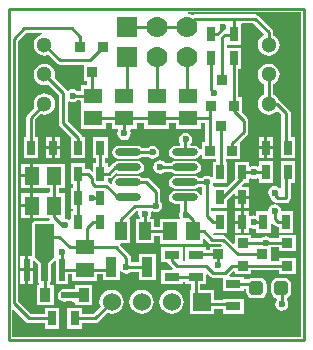
<source format=gbl>
G04*
G04 #@! TF.GenerationSoftware,Altium Limited,CircuitStudio,1.5.2 (1.5.2.30)*
G04*
G04 Layer_Physical_Order=2*
G04 Layer_Color=12500520*
%FSLAX44Y44*%
%MOMM*%
G71*
G01*
G75*
%ADD10C,0.2540*%
%ADD11C,0.5000*%
%ADD12C,1.7780*%
%ADD13R,1.7780X1.7780*%
%ADD14C,1.3000*%
%ADD15R,1.5240X1.5240*%
%ADD16C,1.5240*%
%ADD17C,0.6000*%
%ADD18R,0.2500X0.2500*%
%ADD19R,0.5400X1.8900*%
%ADD20R,0.7000X1.3000*%
%ADD21R,1.6000X1.3000*%
%ADD22R,1.3000X1.6000*%
%ADD23R,0.8128X0.9144*%
%ADD24R,0.9144X0.8128*%
%ADD25R,1.3000X0.7000*%
%ADD26O,2.2000X0.6000*%
%ADD27R,0.9140X1.7020*%
G04:AMPARAMS|DCode=28|XSize=1.2mm|YSize=1.2mm|CornerRadius=0.3mm|HoleSize=0mm|Usage=FLASHONLY|Rotation=180.000|XOffset=0mm|YOffset=0mm|HoleType=Round|Shape=RoundedRectangle|*
%AMROUNDEDRECTD28*
21,1,1.2000,0.6000,0,0,180.0*
21,1,0.6000,1.2000,0,0,180.0*
1,1,0.6000,-0.3000,0.3000*
1,1,0.6000,0.3000,0.3000*
1,1,0.6000,0.3000,-0.3000*
1,1,0.6000,-0.3000,-0.3000*
%
%ADD28ROUNDEDRECTD28*%
%ADD29R,1.0000X1.5240*%
%ADD30R,0.9100X1.2200*%
G36*
X364500Y336400D02*
X359250Y331150D01*
X359250Y315900D01*
X353750D01*
X353750Y331150D01*
X348500Y336400D01*
Y364400D01*
X364500D01*
Y336400D01*
D02*
G37*
G36*
X574000Y268400D02*
X329000D01*
Y291747D01*
X330173Y292233D01*
X340753Y281653D01*
X342014Y280811D01*
X343500Y280515D01*
X356960D01*
Y275360D01*
X369040D01*
Y293440D01*
X356960D01*
Y288284D01*
X345109D01*
X334385Y299009D01*
Y519291D01*
X341109Y526015D01*
X354344D01*
X354427Y524745D01*
X354140Y524707D01*
X351941Y523796D01*
X350052Y522347D01*
X348603Y520459D01*
X347692Y518260D01*
X347382Y515900D01*
X347692Y513540D01*
X348603Y511341D01*
X350052Y509453D01*
X351941Y508004D01*
X354140Y507093D01*
X356500Y506782D01*
X358860Y507093D01*
X359534Y507372D01*
X366753Y500153D01*
X368013Y499311D01*
X369500Y499015D01*
X389820D01*
Y485700D01*
X392539D01*
Y481940D01*
X387300D01*
Y476785D01*
X384567D01*
X384494Y476894D01*
X382662Y478118D01*
X380500Y478548D01*
X378339Y478118D01*
X376506Y476894D01*
X375788D01*
X375362Y477531D01*
X365028Y487866D01*
X365307Y488540D01*
X365618Y490900D01*
X365307Y493260D01*
X364396Y495459D01*
X362947Y497347D01*
X361059Y498796D01*
X358860Y499707D01*
X356500Y500018D01*
X354140Y499707D01*
X351941Y498796D01*
X350052Y497347D01*
X348603Y495459D01*
X347692Y493260D01*
X347382Y490900D01*
X347692Y488540D01*
X348603Y486341D01*
X350052Y484453D01*
X351941Y483004D01*
X354140Y482093D01*
X356500Y481782D01*
X358860Y482093D01*
X359534Y482372D01*
X368731Y473175D01*
Y449784D01*
X369026Y448298D01*
X369868Y447038D01*
X378119Y438786D01*
X378960Y437940D01*
X378960D01*
X378960Y437940D01*
Y419860D01*
X391040D01*
Y437940D01*
X388777D01*
X388589Y438886D01*
X387747Y440147D01*
X376500Y451393D01*
Y467382D01*
X377770Y468061D01*
X378339Y467681D01*
X380500Y467251D01*
X382662Y467681D01*
X384494Y468905D01*
X384568Y469015D01*
X386402D01*
X387300Y468117D01*
Y464210D01*
X387300Y463860D01*
Y463400D01*
Y462940D01*
X387300Y462590D01*
Y444860D01*
X408380D01*
Y450015D01*
X413780D01*
Y444894D01*
X418478D01*
X419157Y443624D01*
X418781Y443061D01*
X418351Y440900D01*
X418781Y438738D01*
X420006Y436906D01*
X421838Y435681D01*
X424000Y435251D01*
X426161Y435681D01*
X427994Y436906D01*
X429218Y438738D01*
X429648Y440900D01*
X429218Y443061D01*
X428842Y443624D01*
X429521Y444894D01*
X434860D01*
Y450015D01*
X440920D01*
Y444860D01*
X462000D01*
Y450015D01*
X467900D01*
Y444860D01*
X488980D01*
Y450015D01*
X492539D01*
Y433424D01*
X489820D01*
Y427587D01*
X488550Y427363D01*
X487494Y428944D01*
X485661Y430168D01*
X483500Y430598D01*
X480324D01*
X479939Y431868D01*
X479994Y431906D01*
X481219Y433738D01*
X481649Y435900D01*
X481219Y438061D01*
X479994Y439894D01*
X478162Y441118D01*
X476000Y441548D01*
X473839Y441118D01*
X472006Y439894D01*
X470782Y438061D01*
X470352Y435900D01*
X470782Y433738D01*
X471615Y432491D01*
Y430598D01*
X467500D01*
X465338Y430168D01*
X463506Y428944D01*
X462281Y427112D01*
X461851Y424950D01*
X462281Y422788D01*
X463506Y420956D01*
X465338Y419731D01*
X467500Y419301D01*
X483500D01*
X485661Y419731D01*
X487494Y420956D01*
X488550Y422537D01*
X489820Y422313D01*
Y419200D01*
X502192D01*
Y416940D01*
X498960D01*
Y404210D01*
X497690Y403747D01*
X496162Y404768D01*
X494000Y405198D01*
X491839Y404768D01*
X490006Y403544D01*
X489933Y403434D01*
X487567D01*
X487494Y403544D01*
X485661Y404768D01*
X483500Y405198D01*
X467500D01*
X465338Y404768D01*
X463506Y403544D01*
X462281Y401712D01*
X461851Y399550D01*
X462281Y397388D01*
X463506Y395556D01*
X465338Y394331D01*
X467500Y393901D01*
X483500D01*
X485661Y394331D01*
X487494Y395556D01*
X487567Y395665D01*
X489933D01*
X490006Y395555D01*
X490115Y395482D01*
Y388499D01*
X488845Y388374D01*
X488718Y389011D01*
X487494Y390844D01*
X485661Y392068D01*
X483500Y392498D01*
X467500D01*
X465338Y392068D01*
X463506Y390844D01*
X462281Y389011D01*
X461851Y386850D01*
X462281Y384688D01*
X463506Y382856D01*
X465338Y381631D01*
X467500Y381201D01*
X471615D01*
Y374561D01*
X471281Y374061D01*
X470851Y371900D01*
X471281Y369738D01*
X471300Y369710D01*
X470621Y368440D01*
X453960D01*
Y361784D01*
X449200D01*
Y368060D01*
X446340D01*
X445778Y369330D01*
X446719Y370738D01*
X447149Y372900D01*
X446914Y374081D01*
X448057Y374844D01*
X448585Y374491D01*
X450747Y374061D01*
X452908Y374491D01*
X454741Y375715D01*
X455965Y377548D01*
X456395Y379710D01*
X455965Y381871D01*
X454741Y383704D01*
X454632Y383777D01*
Y391653D01*
X454336Y393139D01*
X453494Y394399D01*
X445597Y402297D01*
X444336Y403139D01*
X442850Y403434D01*
X439567D01*
X439494Y403544D01*
X437661Y404768D01*
X435500Y405198D01*
X419500D01*
X417338Y404768D01*
X415506Y403544D01*
X414281Y401712D01*
X413851Y399550D01*
X414056Y398522D01*
X412885Y397896D01*
X411825Y398957D01*
X410564Y399799D01*
X410040Y399903D01*
Y403015D01*
X411093D01*
X412579Y403311D01*
X413839Y404153D01*
X416966Y407280D01*
X417338Y407031D01*
X419500Y406601D01*
X435500D01*
X437661Y407031D01*
X439494Y408256D01*
X440718Y410088D01*
X441148Y412250D01*
X440718Y414412D01*
X439494Y416244D01*
X437661Y417468D01*
X435500Y417898D01*
X419500D01*
X417338Y417468D01*
X415506Y416244D01*
X415278Y415903D01*
X414956Y415839D01*
X413696Y414997D01*
X411213Y412514D01*
X410040Y413000D01*
Y415940D01*
X407884D01*
Y419860D01*
X410040D01*
Y437940D01*
X397960D01*
Y419860D01*
X400115D01*
Y415940D01*
X397960D01*
Y409093D01*
X396786Y408607D01*
X395747Y409647D01*
X394486Y410489D01*
X393000Y410784D01*
X391040D01*
Y415940D01*
X378960D01*
Y397860D01*
X381115D01*
Y394940D01*
X378960D01*
Y376860D01*
X381115D01*
Y374940D01*
X378960D01*
Y368060D01*
X377690Y367597D01*
X376161Y368618D01*
X374955Y368858D01*
X373997Y369065D01*
X373790Y370286D01*
Y390190D01*
X368634D01*
Y394360D01*
X373790D01*
Y415440D01*
X356060D01*
X355710Y415440D01*
X355250D01*
X354790D01*
X354440Y415440D01*
X347020D01*
Y404900D01*
Y394360D01*
X354440D01*
X354790Y394360D01*
X355250D01*
X355710D01*
X356060Y394360D01*
X360865D01*
Y391088D01*
X359967Y390190D01*
X356060D01*
X355710Y390190D01*
X355250D01*
X354790D01*
X354440Y390190D01*
X347020D01*
Y379650D01*
Y369110D01*
X354440D01*
X354790Y369110D01*
X355250D01*
X355710D01*
X356060Y369110D01*
X360617D01*
X361148Y368095D01*
X360517Y366990D01*
X348500D01*
X347509Y366792D01*
X346669Y366231D01*
X346107Y365391D01*
X345910Y364400D01*
Y337390D01*
X342770D01*
Y326670D01*
X346740D01*
Y332838D01*
X347913Y333324D01*
X351160Y330077D01*
X351160Y315900D01*
X351357Y314909D01*
X351918Y314069D01*
X352306Y313810D01*
X351921Y312540D01*
X350060D01*
Y295260D01*
X364240D01*
Y312540D01*
X361034D01*
Y314037D01*
X361081Y314069D01*
X361642Y314909D01*
X361839Y315900D01*
X361839Y330077D01*
X365086Y333324D01*
X366260Y332838D01*
Y313410D01*
X376740D01*
Y321515D01*
X379960D01*
Y316360D01*
X401040D01*
Y321515D01*
X406170D01*
Y316850D01*
X420390D01*
Y324039D01*
X421660Y324424D01*
X422006Y323906D01*
X423839Y322681D01*
X426000Y322251D01*
X428162Y322681D01*
X429994Y323906D01*
X430067Y324015D01*
X436610D01*
Y316850D01*
X450830D01*
Y338950D01*
X436610D01*
Y331784D01*
X430067D01*
X429994Y331894D01*
X429885Y331967D01*
Y335399D01*
X429589Y336886D01*
X428747Y338146D01*
X420423Y346470D01*
X420950Y347740D01*
X428880D01*
Y368060D01*
X428313D01*
X427827Y369233D01*
X434224Y375630D01*
X435428Y375540D01*
X436168Y374492D01*
X435852Y372900D01*
X436282Y370738D01*
X437223Y369330D01*
X436660Y368060D01*
X434120D01*
Y347740D01*
X449200D01*
Y354015D01*
X453960D01*
Y347360D01*
X471690D01*
X472040Y347360D01*
X472500D01*
X472960D01*
X473310Y347360D01*
X491040D01*
Y351213D01*
X492213Y351699D01*
X495759Y348153D01*
X497020Y347311D01*
X498506Y347015D01*
X505895D01*
X506494Y346272D01*
X505972Y345080D01*
X496300D01*
Y342360D01*
X493540D01*
Y344440D01*
X475460D01*
Y333181D01*
X474500Y332602D01*
X473540Y333181D01*
Y344440D01*
X455460D01*
Y332360D01*
X460723D01*
X460911Y331413D01*
X461753Y330153D01*
X465196Y326710D01*
X464670Y325440D01*
X455460D01*
Y313360D01*
X473540D01*
Y315515D01*
X475460D01*
Y313360D01*
X480615D01*
Y308560D01*
X479440D01*
Y288240D01*
X499760D01*
Y292515D01*
X507460D01*
Y288360D01*
X525540D01*
Y300440D01*
X507460D01*
Y300284D01*
X499760D01*
Y308560D01*
X488384D01*
Y313360D01*
X493540D01*
Y321207D01*
X494713Y321693D01*
X496483Y319923D01*
X497744Y319081D01*
X499230Y318785D01*
X507460D01*
Y307360D01*
X525540D01*
Y309515D01*
X527351D01*
Y306900D01*
X527781Y304738D01*
X529006Y302906D01*
X530838Y301681D01*
X533000Y301251D01*
X539000D01*
X541161Y301681D01*
X542994Y302906D01*
X544218Y304738D01*
X544648Y306900D01*
Y312900D01*
X544218Y315061D01*
X542994Y316894D01*
X541161Y318118D01*
X539000Y318548D01*
X533000D01*
X530838Y318118D01*
X529590Y317284D01*
X525540D01*
Y319440D01*
X513330D01*
X512804Y320710D01*
X516206Y324112D01*
X517476Y323585D01*
Y322220D01*
X531700D01*
Y324939D01*
X554976D01*
Y322220D01*
X569200D01*
Y335428D01*
X554976D01*
Y332708D01*
X548024D01*
Y344450D01*
X548067Y344515D01*
X554976D01*
Y341372D01*
X569200D01*
Y354580D01*
X554976D01*
Y352284D01*
X548067D01*
X547994Y352394D01*
X546161Y353618D01*
X544000Y354048D01*
X541838Y353618D01*
X540006Y352394D01*
X539933Y352284D01*
X531700D01*
Y354580D01*
X517476D01*
Y348217D01*
X516302Y347730D01*
X510386Y353647D01*
X509126Y354489D01*
X507640Y354784D01*
X500163D01*
X499375Y355748D01*
X499835Y356860D01*
X511040D01*
Y374940D01*
X498960D01*
X498960Y374940D01*
Y374940D01*
X498960Y374940D01*
X497884Y375410D01*
Y377390D01*
X498960Y377860D01*
X499154Y377860D01*
X511040D01*
Y384445D01*
X516786Y390192D01*
X517960Y389706D01*
Y388170D01*
X524000D01*
X530040D01*
Y395940D01*
X524194D01*
X523708Y397113D01*
X525454Y398860D01*
X530040D01*
Y402536D01*
X531160Y403134D01*
X531839Y402681D01*
X534000Y402251D01*
X536162Y402681D01*
X536840Y403134D01*
X537960Y402536D01*
Y399360D01*
X550040D01*
Y417440D01*
X537960D01*
Y413264D01*
X536840Y412665D01*
X536162Y413118D01*
X534000Y413548D01*
X531839Y413118D01*
X531160Y412665D01*
X530040Y413264D01*
Y416940D01*
X517960D01*
Y402353D01*
X512090Y396483D01*
X511040Y395940D01*
Y395940D01*
X511040Y395940D01*
X499779D01*
X499100Y397210D01*
X499219Y397388D01*
X499511Y398860D01*
X511040D01*
Y416940D01*
X509961D01*
Y419200D01*
X522180D01*
Y433424D01*
X522180Y433424D01*
X522180D01*
X522933Y434338D01*
X528057Y439463D01*
X528899Y440723D01*
X529195Y442210D01*
Y451590D01*
X528899Y453076D01*
X528057Y454337D01*
X523390Y459003D01*
Y471674D01*
X520671D01*
Y495417D01*
X522750D01*
Y513497D01*
X511171D01*
Y515667D01*
X522750D01*
Y533747D01*
X523909Y534015D01*
X533391D01*
X542157Y525249D01*
X541945Y523798D01*
X541941Y523797D01*
X540053Y522347D01*
X538604Y520459D01*
X537693Y518260D01*
X537382Y515900D01*
X537693Y513540D01*
X538604Y511341D01*
X540053Y509453D01*
X541941Y508004D01*
X544140Y507093D01*
X546500Y506782D01*
X548860Y507093D01*
X551059Y508004D01*
X552947Y509453D01*
X554396Y511341D01*
X555307Y513540D01*
X555618Y515900D01*
X555307Y518260D01*
X554396Y520459D01*
X552947Y522347D01*
X551059Y523797D01*
X550385Y524076D01*
Y526400D01*
X550089Y527886D01*
X549247Y529147D01*
X537747Y540647D01*
X536487Y541489D01*
X535000Y541784D01*
X483999D01*
X482513Y541489D01*
X481920Y541092D01*
X479884Y541936D01*
X478412Y542130D01*
X478495Y543400D01*
X574000D01*
Y268400D01*
D02*
G37*
%LPC*%
G36*
X522730Y374940D02*
X517960D01*
Y367170D01*
X522730D01*
Y374940D01*
D02*
G37*
G36*
Y364630D02*
X517960D01*
Y356860D01*
X522730D01*
Y364630D01*
D02*
G37*
G36*
X340230Y337390D02*
X336260D01*
Y326670D01*
X340230D01*
Y337390D01*
D02*
G37*
G36*
X522730Y385630D02*
X517960D01*
Y377860D01*
X522730D01*
Y385630D01*
D02*
G37*
G36*
X530040D02*
X525270D01*
Y377860D01*
X530040D01*
Y385630D01*
D02*
G37*
G36*
X344480Y378380D02*
X336710D01*
Y369110D01*
X344480D01*
Y378380D01*
D02*
G37*
G36*
X551500Y381048D02*
X549338Y380618D01*
X547506Y379394D01*
X546281Y377561D01*
X545851Y375400D01*
X545474Y374940D01*
X535960D01*
Y372159D01*
X534978Y371354D01*
X534000Y371548D01*
X531838Y371118D01*
X531160Y370665D01*
X530040Y371264D01*
Y374940D01*
X525270D01*
Y365900D01*
Y356860D01*
X530040D01*
Y360536D01*
X531160Y361134D01*
X531838Y360681D01*
X534000Y360251D01*
X534978Y360446D01*
X535960Y359640D01*
Y356860D01*
X548040D01*
Y364570D01*
X549310Y365096D01*
X551253Y363153D01*
X552513Y362311D01*
X553999Y362015D01*
X554960D01*
Y356860D01*
X567040D01*
Y374940D01*
X557525D01*
X557148Y375400D01*
X556718Y377561D01*
X555494Y379394D01*
X553661Y380618D01*
X551500Y381048D01*
D02*
G37*
G36*
X413400Y308648D02*
X410748Y308298D01*
X408276Y307275D01*
X406154Y305646D01*
X404525Y303524D01*
X403501Y301052D01*
X403152Y298400D01*
X403501Y295748D01*
X404015Y294508D01*
X397790Y288284D01*
X388040D01*
Y293440D01*
X375960D01*
Y275360D01*
X388040D01*
Y280515D01*
X399399D01*
X400886Y280811D01*
X402146Y281653D01*
X409508Y289015D01*
X410748Y288501D01*
X413400Y288152D01*
X416052Y288501D01*
X418524Y289525D01*
X420646Y291154D01*
X422275Y293276D01*
X423298Y295748D01*
X423648Y298400D01*
X423298Y301052D01*
X422275Y303524D01*
X420646Y305646D01*
X418524Y307275D01*
X416052Y308298D01*
X413400Y308648D01*
D02*
G37*
G36*
X464200D02*
X461548Y308298D01*
X459076Y307275D01*
X456954Y305646D01*
X455325Y303524D01*
X454301Y301052D01*
X453952Y298400D01*
X454301Y295748D01*
X455325Y293276D01*
X456954Y291154D01*
X459076Y289525D01*
X461548Y288501D01*
X464200Y288152D01*
X466852Y288501D01*
X469324Y289525D01*
X471446Y291154D01*
X473075Y293276D01*
X474098Y295748D01*
X474448Y298400D01*
X474098Y301052D01*
X473075Y303524D01*
X471446Y305646D01*
X469324Y307275D01*
X466852Y308298D01*
X464200Y308648D01*
D02*
G37*
G36*
X438800D02*
X436148Y308298D01*
X433676Y307275D01*
X431554Y305646D01*
X429925Y303524D01*
X428901Y301052D01*
X428552Y298400D01*
X428901Y295748D01*
X429925Y293276D01*
X431554Y291154D01*
X433676Y289525D01*
X436148Y288501D01*
X438800Y288152D01*
X441452Y288501D01*
X443924Y289525D01*
X446046Y291154D01*
X447675Y293276D01*
X448698Y295748D01*
X449048Y298400D01*
X448698Y301052D01*
X447675Y303524D01*
X446046Y305646D01*
X443924Y307275D01*
X441452Y308298D01*
X438800Y308648D01*
D02*
G37*
G36*
X560000Y318548D02*
X554000D01*
X551838Y318118D01*
X550006Y316894D01*
X548781Y315061D01*
X548351Y312900D01*
Y306900D01*
X548781Y304738D01*
X550006Y302906D01*
X551838Y301681D01*
X552847Y301481D01*
X553058Y301133D01*
X553306Y300094D01*
X552282Y298561D01*
X551852Y296400D01*
X552282Y294238D01*
X553506Y292405D01*
X555339Y291181D01*
X557500Y290751D01*
X559662Y291181D01*
X561494Y292405D01*
X562719Y294238D01*
X563149Y296400D01*
X562719Y298561D01*
X561560Y300296D01*
X561790Y301607D01*
X562161Y301681D01*
X563994Y302906D01*
X565218Y304738D01*
X565648Y306900D01*
Y312900D01*
X565218Y315061D01*
X563994Y316894D01*
X562161Y318118D01*
X560000Y318548D01*
D02*
G37*
G36*
X346740Y324130D02*
X342770D01*
Y313410D01*
X346740D01*
Y324130D01*
D02*
G37*
G36*
X340230D02*
X336260D01*
Y313410D01*
X340230D01*
Y324130D01*
D02*
G37*
G36*
X396940Y312540D02*
X382760D01*
Y310199D01*
X381778Y309393D01*
X381000Y309548D01*
X378839Y309118D01*
X378719Y309039D01*
X375781D01*
X375662Y309118D01*
X373500Y309548D01*
X371339Y309118D01*
X369506Y307894D01*
X368282Y306061D01*
X367852Y303900D01*
X368282Y301738D01*
X369506Y299905D01*
X371339Y298681D01*
X373500Y298251D01*
X375662Y298681D01*
X375781Y298761D01*
X378719D01*
X378839Y298681D01*
X381000Y298251D01*
X381778Y298406D01*
X382760Y297600D01*
Y295260D01*
X396940D01*
Y312540D01*
D02*
G37*
G36*
X344480Y390190D02*
X336710D01*
Y380920D01*
X344480D01*
Y390190D01*
D02*
G37*
G36*
X362730Y437940D02*
X357960D01*
Y430170D01*
X362730D01*
Y437940D01*
D02*
G37*
G36*
X448050Y430598D02*
X445888Y430168D01*
X444056Y428944D01*
X443983Y428834D01*
X439567D01*
X439494Y428944D01*
X437661Y430168D01*
X435500Y430598D01*
X419500D01*
X417338Y430168D01*
X415506Y428944D01*
X414281Y427112D01*
X413851Y424950D01*
X414281Y422788D01*
X415506Y420956D01*
X417338Y419731D01*
X419500Y419301D01*
X435500D01*
X437661Y419731D01*
X439494Y420956D01*
X439567Y421065D01*
X443983D01*
X444056Y420956D01*
X445888Y419731D01*
X448050Y419301D01*
X450211Y419731D01*
X452044Y420956D01*
X453269Y422788D01*
X453698Y424950D01*
X453269Y427112D01*
X452044Y428944D01*
X450211Y430168D01*
X448050Y430598D01*
D02*
G37*
G36*
X546500Y500018D02*
X544140Y499707D01*
X541941Y498797D01*
X540053Y497347D01*
X538604Y495459D01*
X537693Y493260D01*
X537382Y490900D01*
X537693Y488540D01*
X538604Y486341D01*
X540053Y484453D01*
X541941Y483004D01*
X542615Y482724D01*
Y474076D01*
X541941Y473797D01*
X540053Y472347D01*
X538604Y470459D01*
X537693Y468260D01*
X537382Y465900D01*
X537693Y463540D01*
X538604Y461341D01*
X540053Y459453D01*
X541941Y458004D01*
X544140Y457093D01*
X546500Y456782D01*
X548860Y457093D01*
X551059Y458004D01*
X552947Y459453D01*
X553015Y459541D01*
X554282Y459624D01*
X557115Y456791D01*
Y437940D01*
X556960D01*
Y419860D01*
X569040D01*
Y437940D01*
X564884D01*
Y458400D01*
X564589Y459886D01*
X563747Y461147D01*
X556246Y468647D01*
X554986Y469489D01*
X554781Y469530D01*
X554396Y470459D01*
X552947Y472347D01*
X551059Y473797D01*
X550385Y474076D01*
Y482724D01*
X551059Y483004D01*
X552947Y484453D01*
X554396Y486341D01*
X555307Y488540D01*
X555618Y490900D01*
X555307Y493260D01*
X554396Y495459D01*
X552947Y497347D01*
X551059Y498797D01*
X548860Y499707D01*
X546500Y500018D01*
D02*
G37*
G36*
X370040Y437940D02*
X365270D01*
Y430170D01*
X370040D01*
Y437940D01*
D02*
G37*
G36*
X356500Y475018D02*
X354140Y474707D01*
X351941Y473796D01*
X350052Y472347D01*
X348603Y470459D01*
X347692Y468260D01*
X347382Y465900D01*
X347692Y463540D01*
X347972Y462866D01*
X342253Y457147D01*
X341411Y455886D01*
X341115Y454400D01*
Y437940D01*
X338960D01*
Y419860D01*
X351040D01*
Y437940D01*
X348884D01*
Y452791D01*
X353465Y457372D01*
X354140Y457093D01*
X356500Y456782D01*
X358860Y457093D01*
X361059Y458004D01*
X362947Y459453D01*
X364396Y461341D01*
X365307Y463540D01*
X365618Y465900D01*
X365307Y468260D01*
X364396Y470459D01*
X362947Y472347D01*
X361059Y473796D01*
X358860Y474707D01*
X356500Y475018D01*
D02*
G37*
G36*
X550040Y437940D02*
X545270D01*
Y430170D01*
X550040D01*
Y437940D01*
D02*
G37*
G36*
X542730D02*
X537960D01*
Y430170D01*
X542730D01*
Y437940D01*
D02*
G37*
G36*
X550040Y427630D02*
X545270D01*
Y419860D01*
X550040D01*
Y427630D01*
D02*
G37*
G36*
X344480Y415440D02*
X336710D01*
Y406170D01*
X344480D01*
Y415440D01*
D02*
G37*
G36*
X569040Y417440D02*
X556960D01*
Y399360D01*
X557115D01*
Y394753D01*
X555845Y394368D01*
X555494Y394894D01*
X553661Y396118D01*
X551500Y396548D01*
X549338Y396118D01*
X547506Y394894D01*
X546281Y393061D01*
X545851Y390900D01*
X546281Y388738D01*
X547506Y386906D01*
X548247Y386410D01*
X548753Y385653D01*
X551253Y383153D01*
X552513Y382311D01*
X553999Y382015D01*
X561000D01*
X562486Y382311D01*
X563747Y383153D01*
X564589Y384414D01*
X564884Y385900D01*
X564785Y386400D01*
X564884Y386900D01*
Y399360D01*
X569040D01*
Y417440D01*
D02*
G37*
G36*
X344480Y403630D02*
X336710D01*
Y394360D01*
X344480D01*
Y403630D01*
D02*
G37*
G36*
X454500Y418048D02*
X452338Y417618D01*
X450506Y416394D01*
X449282Y414561D01*
X448852Y412400D01*
X449282Y410238D01*
X450506Y408405D01*
X452338Y407181D01*
X454500Y406751D01*
X456662Y407181D01*
X458434Y408365D01*
X463433D01*
X463506Y408256D01*
X465338Y407031D01*
X467500Y406601D01*
X483500D01*
X485661Y407031D01*
X487494Y408256D01*
X488718Y410088D01*
X489148Y412250D01*
X488718Y414412D01*
X487494Y416244D01*
X485661Y417468D01*
X483500Y417898D01*
X467500D01*
X465338Y417468D01*
X463506Y416244D01*
X463433Y416134D01*
X458667D01*
X458494Y416394D01*
X456662Y417618D01*
X454500Y418048D01*
D02*
G37*
G36*
X542730Y427630D02*
X537960D01*
Y419860D01*
X542730D01*
Y427630D01*
D02*
G37*
G36*
X370040Y427630D02*
X365270D01*
Y419860D01*
X370040D01*
Y427630D01*
D02*
G37*
G36*
X362730D02*
X357960D01*
Y419860D01*
X362730D01*
Y427630D01*
D02*
G37*
%LPD*%
D10*
X396424Y473976D02*
X397500Y472900D01*
X396424Y473976D02*
Y492812D01*
X544000Y348400D02*
X561664D01*
X562088Y347976D01*
X525012Y348400D02*
X544000D01*
X524588Y347976D02*
X525012Y348400D01*
X396500Y385900D02*
X404000D01*
X534000Y365900D02*
X534000Y365900D01*
X542000D01*
X464500Y332900D02*
Y338400D01*
Y332900D02*
X469000Y328400D01*
X520064Y338476D02*
X540912D01*
X507640Y350900D02*
X520064Y338476D01*
X498506Y350900D02*
X507640D01*
X491506Y357900D02*
X498506Y350900D01*
X482000Y357900D02*
X491506D01*
X484576Y338476D02*
X503412D01*
X561000Y428900D02*
Y458400D01*
X553499Y465900D02*
X561000Y458400D01*
X546500Y465900D02*
X553499D01*
X464500Y319400D02*
X484500D01*
X524588Y328824D02*
X562088D01*
X482000Y357900D02*
Y367900D01*
X475500Y374400D02*
Y386850D01*
X477250Y372650D02*
X482000Y367900D01*
X378000Y344400D02*
X390500D01*
X369000Y353400D02*
X378000Y344400D01*
X354000Y353400D02*
X369000D01*
X357150Y303900D02*
Y340250D01*
X385000Y428900D02*
Y437400D01*
X426100Y475374D02*
Y505400D01*
X451500Y472940D02*
Y505400D01*
X476900Y474440D02*
Y505400D01*
X546500Y465900D02*
Y490900D01*
X553999Y365900D02*
X561000D01*
X551500Y368400D02*
X553999Y365900D01*
X498999D02*
X505000D01*
X494000Y370900D02*
X498999Y365900D01*
X551500Y388400D02*
X553999Y385900D01*
X551500Y388400D02*
Y390900D01*
X451460Y453900D02*
X478440D01*
X404000Y406900D02*
Y428900D01*
Y406900D02*
X411093D01*
X416443Y412250D01*
X427500D01*
Y399550D02*
X442850D01*
X427500Y424950D02*
X448050D01*
X424320Y441220D02*
Y453274D01*
X424000Y440900D02*
X424320Y441220D01*
X397500Y453900D02*
X451460D01*
X385000Y365900D02*
Y385900D01*
Y406900D01*
X409078Y396210D02*
X418438Y386850D01*
X427500D01*
X385000Y406900D02*
X393000D01*
X396690Y403210D01*
Y398822D02*
Y403210D01*
Y398822D02*
X399301Y396210D01*
X409078D01*
X441660Y357900D02*
X463000D01*
X410780Y325400D02*
X413280Y327900D01*
X364750Y379650D02*
Y404900D01*
X371500Y325400D02*
Y340900D01*
X371500Y340900D01*
X371500Y325400D02*
X410780D01*
X364750Y370150D02*
Y379650D01*
Y370150D02*
X371500Y363400D01*
X374000D01*
X397310Y365900D02*
X404000D01*
X392310Y360900D02*
X397310Y365900D01*
X390500Y344400D02*
X392310D01*
Y360900D01*
X551500Y368400D02*
Y375400D01*
X426100Y530800D02*
X476900D01*
X475500Y399550D02*
X494000D01*
Y370900D02*
Y399550D01*
X561000Y386900D02*
Y407900D01*
X553999Y385900D02*
X561000D01*
X546500Y515900D02*
Y526400D01*
X475500Y424950D02*
Y435399D01*
X476000Y435900D01*
X507286Y485738D02*
Y522186D01*
X516710Y524707D02*
Y537900D01*
X516786Y464562D02*
Y504381D01*
X505000Y386900D02*
X508001D01*
X524000Y402900D01*
Y407900D01*
X497710Y478190D02*
Y504457D01*
Y478190D02*
X500500Y475400D01*
X478440Y453900D02*
X496000D01*
X496424Y426312D02*
Y463352D01*
X497634Y464562D01*
X557000Y309900D02*
X557500Y309399D01*
Y296400D02*
Y309399D01*
X524000Y407900D02*
X525500Y409400D01*
X516786Y460114D02*
Y464562D01*
X515576Y426312D02*
Y432476D01*
X525310Y442210D02*
Y451590D01*
X515576Y432476D02*
X525310Y442210D01*
X516786Y460114D02*
X525310Y451590D01*
X491600Y296400D02*
X517000D01*
X489600Y298400D02*
X491600Y296400D01*
X484500Y303500D02*
X489600Y298400D01*
X484500Y303500D02*
Y319400D01*
X345000Y428900D02*
Y454400D01*
X356500Y465900D01*
X372615Y449784D02*
X385000Y437400D01*
X372615Y449784D02*
Y474785D01*
X356500Y490900D02*
X372615Y474785D01*
X380500Y472900D02*
X380500Y472900D01*
X397500D01*
X505000Y407900D02*
X506076Y408976D01*
Y447488D01*
X454650Y412250D02*
X475500D01*
X454500Y412400D02*
X454650Y412250D01*
X421340Y357900D02*
Y368239D01*
X441500Y358059D02*
Y372900D01*
Y358059D02*
X441660Y357900D01*
X450747Y379710D02*
Y391653D01*
X442850Y399550D02*
X450747Y391653D01*
X421340Y368239D02*
X432810Y379710D01*
X450747D01*
X541999Y407900D02*
X542000Y407900D01*
X534000Y407900D02*
X541999D01*
X524000Y407900D02*
X524001Y407900D01*
X534000D01*
X392310Y344400D02*
X417000D01*
X426000Y335399D01*
Y327900D02*
Y335399D01*
Y327900D02*
X443720D01*
X497710Y524707D02*
X502623D01*
X507286Y522186D02*
X509190Y524089D01*
X516092D01*
X507500Y529584D02*
Y530899D01*
X502623Y524707D02*
X507500Y529584D01*
X516092Y524089D02*
X516710Y524707D01*
X476900Y530800D02*
X483999Y537900D01*
X535000D01*
X546500Y526400D01*
X503412Y329480D02*
Y338476D01*
X532500Y313400D02*
X536000Y309900D01*
X516500Y313400D02*
X532500D01*
X509270Y322670D02*
X515424Y328824D01*
X524588D01*
X469000Y328400D02*
X493500D01*
X499230Y322670D01*
X509270D01*
X343500Y284400D02*
X363000D01*
X379500Y529900D02*
X386924Y522476D01*
Y513988D02*
Y522476D01*
X396500Y385900D02*
X396500Y385900D01*
X394988Y502900D02*
X406076Y513988D01*
X369500Y502900D02*
X394988D01*
X356500Y515900D02*
X369500Y502900D01*
X382000Y284400D02*
X399399D01*
X413400Y298400D01*
X330500Y297400D02*
X343500Y284400D01*
X330500Y297400D02*
Y520900D01*
X339500Y529900D01*
X379500D01*
X326500Y265900D02*
X576500D01*
Y545900D01*
X326500D02*
X576500D01*
X326500Y265900D02*
Y545900D01*
D11*
X373500Y303900D02*
X373500Y303900D01*
X389850D01*
D12*
X476900Y505400D02*
D03*
X451500Y505400D02*
D03*
Y530800D02*
D03*
X476900Y530800D02*
D03*
D13*
X426100Y505400D02*
D03*
Y530800D02*
D03*
D14*
X356500Y515900D02*
D03*
Y490900D02*
D03*
Y465900D02*
D03*
X546500Y465900D02*
D03*
Y490900D02*
D03*
Y515900D02*
D03*
D15*
X489600Y298400D02*
D03*
D16*
X464200D02*
D03*
X438800D02*
D03*
X413400D02*
D03*
D17*
X544000Y348400D02*
D03*
X476500Y371900D02*
D03*
X534000Y365900D02*
D03*
X551500Y390900D02*
D03*
X448050Y424950D02*
D03*
X424000Y440900D02*
D03*
X371500Y340900D02*
D03*
X374000Y363400D02*
D03*
X551500Y375400D02*
D03*
X476000Y435900D02*
D03*
X500500Y475400D02*
D03*
X494000Y399549D02*
D03*
X557500Y296400D02*
D03*
X380500Y472900D02*
D03*
X454500Y412400D02*
D03*
X373500Y303900D02*
D03*
X381000D02*
D03*
X441500Y372900D02*
D03*
X450747Y379710D02*
D03*
X534000Y407900D02*
D03*
X426000Y327900D02*
D03*
X507500Y530899D02*
D03*
X503412Y329480D02*
D03*
X396500Y385900D02*
D03*
D18*
X356500Y356400D02*
D03*
D19*
X341500Y325400D02*
D03*
X371500D02*
D03*
D20*
X563000Y408400D02*
D03*
X544000D02*
D03*
X404000Y428900D02*
D03*
X385000D02*
D03*
X563000Y428900D02*
D03*
X544000D02*
D03*
X505000Y386900D02*
D03*
X524000D02*
D03*
X345000Y428900D02*
D03*
X364000D02*
D03*
X561000Y365900D02*
D03*
X542000D02*
D03*
X505000D02*
D03*
X524000D02*
D03*
X497710Y504457D02*
D03*
X516710D02*
D03*
X385000Y406900D02*
D03*
X404000D02*
D03*
X385000Y385900D02*
D03*
X404000D02*
D03*
Y365900D02*
D03*
X385000D02*
D03*
X497710Y524707D02*
D03*
X516710D02*
D03*
X524000Y407900D02*
D03*
X505000D02*
D03*
X363000Y284400D02*
D03*
X382000D02*
D03*
D21*
X390500Y344400D02*
D03*
Y325400D02*
D03*
X451460Y472900D02*
D03*
Y453900D02*
D03*
X397840Y472900D02*
D03*
Y453900D02*
D03*
X478440Y472900D02*
D03*
Y453900D02*
D03*
X424320Y472934D02*
D03*
Y453934D02*
D03*
D22*
X345750Y404900D02*
D03*
X364750D02*
D03*
X345750Y379650D02*
D03*
X364750D02*
D03*
X482000Y357900D02*
D03*
X463000D02*
D03*
D23*
X516786Y464562D02*
D03*
X497634D02*
D03*
X507286Y485738D02*
D03*
X515576Y426312D02*
D03*
X496424D02*
D03*
X506076Y447488D02*
D03*
X386924Y513988D02*
D03*
X406076D02*
D03*
X396424Y492812D02*
D03*
D24*
X562088Y347976D02*
D03*
Y328824D02*
D03*
X540912Y338476D02*
D03*
X524588Y347976D02*
D03*
Y328824D02*
D03*
X503412Y338476D02*
D03*
D25*
X464500Y319400D02*
D03*
Y338400D02*
D03*
X484500Y319400D02*
D03*
Y338400D02*
D03*
X516500Y313400D02*
D03*
Y294400D02*
D03*
D26*
X427500Y386850D02*
D03*
Y399550D02*
D03*
Y412250D02*
D03*
Y424950D02*
D03*
X475500Y386850D02*
D03*
Y399550D02*
D03*
Y412250D02*
D03*
Y424950D02*
D03*
D27*
X413280Y327900D02*
D03*
X443720D02*
D03*
D28*
X536000Y309900D02*
D03*
X557000D02*
D03*
D29*
X421340Y357900D02*
D03*
X441660D02*
D03*
D30*
X357150Y303900D02*
D03*
X389850D02*
D03*
M02*

</source>
